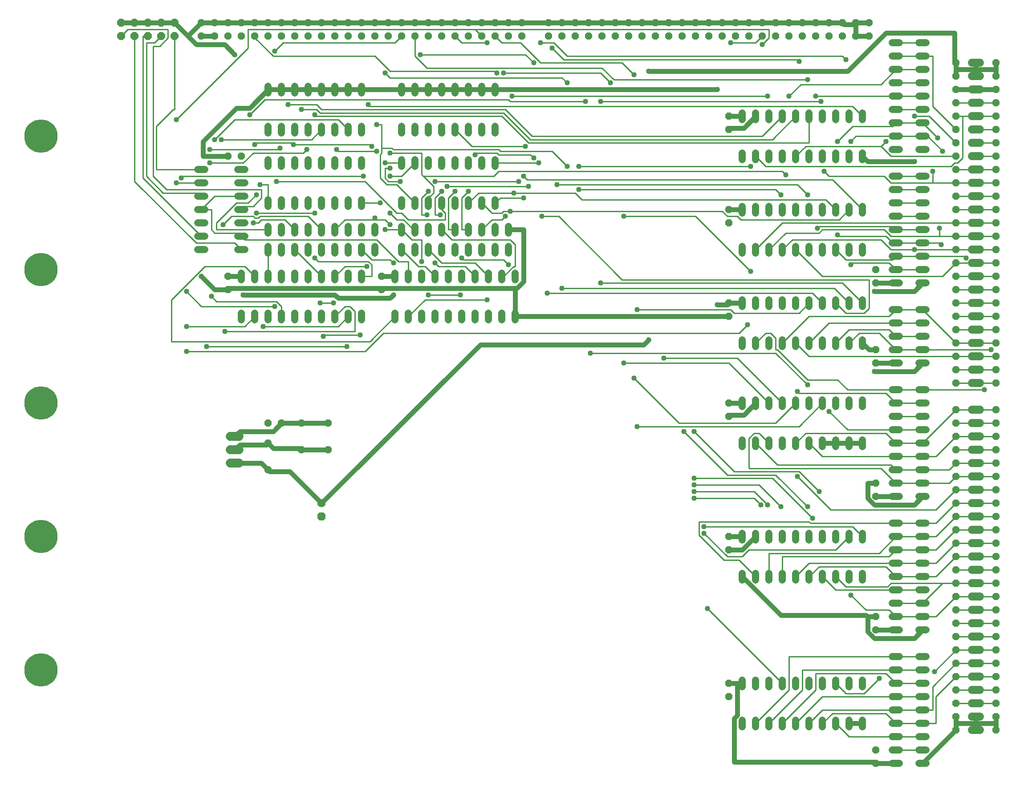
<source format=gtl>
G75*
%MOIN*%
%OFA0B0*%
%FSLAX25Y25*%
%IPPOS*%
%LPD*%
%AMOC8*
5,1,8,0,0,1.08239X$1,22.5*
%
%ADD10C,0.06000*%
%ADD11C,0.06600*%
%ADD12OC8,0.06300*%
%ADD13C,0.06300*%
%ADD14OC8,0.05200*%
%ADD15OC8,0.05250*%
%ADD16C,0.05200*%
%ADD17C,0.25000*%
%ADD18OC8,0.06000*%
%ADD19C,0.03600*%
%ADD20C,0.04000*%
%ADD21C,0.01000*%
D10*
X0733300Y0056300D02*
X0739300Y0056300D01*
X0739300Y0066300D02*
X0733300Y0066300D01*
X0733300Y0076300D02*
X0739300Y0076300D01*
X0739300Y0086300D02*
X0733300Y0086300D01*
X0733300Y0096300D02*
X0739300Y0096300D01*
X0739300Y0106300D02*
X0733300Y0106300D01*
X0733300Y0116300D02*
X0739300Y0116300D01*
X0739300Y0126300D02*
X0733300Y0126300D01*
X0733300Y0136300D02*
X0739300Y0136300D01*
X0739300Y0146300D02*
X0733300Y0146300D01*
X0733300Y0156300D02*
X0739300Y0156300D01*
X0739300Y0166300D02*
X0733300Y0166300D01*
X0733300Y0176300D02*
X0739300Y0176300D01*
X0739300Y0186300D02*
X0733300Y0186300D01*
X0733300Y0196300D02*
X0739300Y0196300D01*
X0739300Y0206300D02*
X0733300Y0206300D01*
X0733300Y0216300D02*
X0739300Y0216300D01*
X0739300Y0226300D02*
X0733300Y0226300D01*
X0733300Y0236300D02*
X0739300Y0236300D01*
X0739300Y0246300D02*
X0733300Y0246300D01*
X0733300Y0256300D02*
X0739300Y0256300D01*
X0739300Y0266300D02*
X0733300Y0266300D01*
X0733300Y0276300D02*
X0739300Y0276300D01*
X0739300Y0286300D02*
X0733300Y0286300D01*
X0733300Y0296300D02*
X0739300Y0296300D01*
X0739300Y0316300D02*
X0733300Y0316300D01*
X0733300Y0326300D02*
X0739300Y0326300D01*
X0739300Y0336300D02*
X0733300Y0336300D01*
X0733300Y0346300D02*
X0739300Y0346300D01*
X0739300Y0356300D02*
X0733300Y0356300D01*
X0733300Y0366300D02*
X0739300Y0366300D01*
X0739300Y0376300D02*
X0733300Y0376300D01*
X0733300Y0386300D02*
X0739300Y0386300D01*
X0739300Y0396300D02*
X0733300Y0396300D01*
X0733300Y0406300D02*
X0739300Y0406300D01*
X0739300Y0416300D02*
X0733300Y0416300D01*
X0733300Y0426300D02*
X0739300Y0426300D01*
X0739300Y0436300D02*
X0733300Y0436300D01*
X0733300Y0446300D02*
X0739300Y0446300D01*
X0739300Y0456300D02*
X0733300Y0456300D01*
X0733300Y0466300D02*
X0739300Y0466300D01*
X0739300Y0476300D02*
X0733300Y0476300D01*
X0733300Y0486300D02*
X0739300Y0486300D01*
X0739300Y0496300D02*
X0733300Y0496300D01*
X0733300Y0506300D02*
X0739300Y0506300D01*
X0739300Y0516300D02*
X0733300Y0516300D01*
X0733300Y0526300D02*
X0739300Y0526300D01*
X0739300Y0536300D02*
X0733300Y0536300D01*
X0733300Y0546300D02*
X0739300Y0546300D01*
X0739300Y0556300D02*
X0733300Y0556300D01*
D11*
X0184600Y0276300D02*
X0178000Y0276300D01*
X0178000Y0266300D02*
X0184600Y0266300D01*
X0184600Y0256300D02*
X0178000Y0256300D01*
D12*
X0246300Y0216300D03*
D13*
X0246300Y0226300D03*
D14*
X0206300Y0251300D03*
X0206300Y0271300D03*
X0206300Y0286300D03*
X0216300Y0286300D03*
X0231300Y0286300D03*
X0251300Y0286300D03*
X0251300Y0266300D03*
X0231300Y0266300D03*
X0176300Y0386300D03*
X0176300Y0396300D03*
X0176300Y0486300D03*
X0186300Y0486300D03*
X0291300Y0396300D03*
X0291300Y0386300D03*
X0551300Y0376300D03*
X0551300Y0366300D03*
X0551300Y0301300D03*
X0551300Y0291300D03*
X0551300Y0201300D03*
X0551300Y0191300D03*
X0661300Y0231300D03*
X0661300Y0241300D03*
X0661300Y0331300D03*
X0661300Y0341300D03*
X0661300Y0391300D03*
X0661300Y0401300D03*
X0551300Y0436300D03*
X0551300Y0446300D03*
X0551300Y0506300D03*
X0551300Y0516300D03*
X0661300Y0141300D03*
X0661300Y0131300D03*
X0551300Y0091300D03*
X0551300Y0081300D03*
X0661300Y0041300D03*
X0661300Y0031300D03*
D15*
X0721300Y0056300D03*
X0721300Y0066300D03*
X0721300Y0076300D03*
X0721300Y0086300D03*
X0721300Y0096300D03*
X0721300Y0106300D03*
X0721300Y0116300D03*
X0721300Y0126300D03*
X0721300Y0136300D03*
X0721300Y0146300D03*
X0721300Y0156300D03*
X0721300Y0166300D03*
X0721300Y0176300D03*
X0721300Y0186300D03*
X0721300Y0196300D03*
X0721300Y0206300D03*
X0721300Y0216300D03*
X0721300Y0226300D03*
X0721300Y0236300D03*
X0721300Y0246300D03*
X0721300Y0256300D03*
X0721300Y0266300D03*
X0721300Y0276300D03*
X0721300Y0286300D03*
X0721300Y0296300D03*
X0721300Y0316300D03*
X0721300Y0326300D03*
X0721300Y0336300D03*
X0721300Y0346300D03*
X0721300Y0356300D03*
X0721300Y0366300D03*
X0721300Y0376300D03*
X0721300Y0386300D03*
X0721300Y0396300D03*
X0721300Y0406300D03*
X0721300Y0416300D03*
X0721300Y0426300D03*
X0721300Y0436300D03*
X0721300Y0446300D03*
X0721300Y0456300D03*
X0721300Y0466300D03*
X0721300Y0476300D03*
X0721300Y0486300D03*
X0721300Y0496300D03*
X0721300Y0506300D03*
X0721300Y0516300D03*
X0721300Y0526300D03*
X0721300Y0536300D03*
X0721300Y0546300D03*
X0721300Y0556300D03*
X0751300Y0556300D03*
X0751300Y0546300D03*
X0751300Y0536300D03*
X0751300Y0526300D03*
X0751300Y0516300D03*
X0751300Y0506300D03*
X0751300Y0496300D03*
X0751300Y0486300D03*
X0751300Y0476300D03*
X0751300Y0466300D03*
X0751300Y0456300D03*
X0751300Y0446300D03*
X0751300Y0436300D03*
X0751300Y0426300D03*
X0751300Y0416300D03*
X0751300Y0406300D03*
X0751300Y0396300D03*
X0751300Y0386300D03*
X0751300Y0376300D03*
X0751300Y0366300D03*
X0751300Y0356300D03*
X0751300Y0346300D03*
X0751300Y0336300D03*
X0751300Y0326300D03*
X0751300Y0316300D03*
X0751300Y0296300D03*
X0751300Y0286300D03*
X0751300Y0276300D03*
X0751300Y0266300D03*
X0751300Y0256300D03*
X0751300Y0246300D03*
X0751300Y0236300D03*
X0751300Y0226300D03*
X0751300Y0216300D03*
X0751300Y0206300D03*
X0751300Y0196300D03*
X0751300Y0186300D03*
X0751300Y0176300D03*
X0751300Y0166300D03*
X0751300Y0156300D03*
X0751300Y0146300D03*
X0751300Y0136300D03*
X0751300Y0126300D03*
X0751300Y0116300D03*
X0751300Y0106300D03*
X0751300Y0096300D03*
X0751300Y0086300D03*
X0751300Y0076300D03*
X0751300Y0066300D03*
X0751300Y0056300D03*
X0656300Y0576300D03*
X0656300Y0586300D03*
X0646300Y0586300D03*
X0636300Y0586300D03*
X0626300Y0586300D03*
X0626300Y0576300D03*
X0636300Y0576300D03*
X0646300Y0576300D03*
X0616300Y0576300D03*
X0606300Y0576300D03*
X0596300Y0576300D03*
X0596300Y0586300D03*
X0606300Y0586300D03*
X0616300Y0586300D03*
X0586300Y0586300D03*
X0576300Y0586300D03*
X0566300Y0586300D03*
X0566300Y0576300D03*
X0576300Y0576300D03*
X0586300Y0576300D03*
X0556300Y0576300D03*
X0546300Y0576300D03*
X0536300Y0576300D03*
X0526300Y0576300D03*
X0526300Y0586300D03*
X0536300Y0586300D03*
X0546300Y0586300D03*
X0556300Y0586300D03*
X0516300Y0586300D03*
X0506300Y0586300D03*
X0496300Y0586300D03*
X0496300Y0576300D03*
X0506300Y0576300D03*
X0516300Y0576300D03*
X0486300Y0576300D03*
X0476300Y0576300D03*
X0466300Y0576300D03*
X0466300Y0586300D03*
X0476300Y0586300D03*
X0486300Y0586300D03*
X0456300Y0586300D03*
X0446300Y0586300D03*
X0436300Y0586300D03*
X0436300Y0576300D03*
X0446300Y0576300D03*
X0456300Y0576300D03*
X0426300Y0576300D03*
X0416300Y0576300D03*
X0416300Y0586300D03*
X0426300Y0586300D03*
X0396300Y0586300D03*
X0386300Y0586300D03*
X0376300Y0586300D03*
X0366300Y0586300D03*
X0366300Y0576300D03*
X0376300Y0576300D03*
X0386300Y0576300D03*
X0396300Y0576300D03*
X0356300Y0576300D03*
X0346300Y0576300D03*
X0336300Y0576300D03*
X0336300Y0586300D03*
X0346300Y0586300D03*
X0356300Y0586300D03*
X0326300Y0586300D03*
X0316300Y0586300D03*
X0306300Y0586300D03*
X0306300Y0576300D03*
X0316300Y0576300D03*
X0326300Y0576300D03*
X0296300Y0576300D03*
X0286300Y0576300D03*
X0276300Y0576300D03*
X0276300Y0586300D03*
X0286300Y0586300D03*
X0296300Y0586300D03*
X0266300Y0586300D03*
X0256300Y0586300D03*
X0246300Y0586300D03*
X0246300Y0576300D03*
X0256300Y0576300D03*
X0266300Y0576300D03*
X0236300Y0576300D03*
X0226300Y0576300D03*
X0216300Y0576300D03*
X0206300Y0576300D03*
X0206300Y0586300D03*
X0216300Y0586300D03*
X0226300Y0586300D03*
X0236300Y0586300D03*
X0196300Y0586300D03*
X0186300Y0586300D03*
X0176300Y0586300D03*
X0176300Y0576300D03*
X0186300Y0576300D03*
X0196300Y0576300D03*
X0166300Y0576300D03*
X0156300Y0576300D03*
X0156300Y0586300D03*
X0166300Y0586300D03*
D16*
X0206300Y0538900D02*
X0206300Y0533700D01*
X0216300Y0533700D02*
X0216300Y0538900D01*
X0226300Y0538900D02*
X0226300Y0533700D01*
X0236300Y0533700D02*
X0236300Y0538900D01*
X0246300Y0538900D02*
X0246300Y0533700D01*
X0256300Y0533700D02*
X0256300Y0538900D01*
X0266300Y0538900D02*
X0266300Y0533700D01*
X0276300Y0533700D02*
X0276300Y0538900D01*
X0306300Y0538900D02*
X0306300Y0533700D01*
X0316300Y0533700D02*
X0316300Y0538900D01*
X0326300Y0538900D02*
X0326300Y0533700D01*
X0336300Y0533700D02*
X0336300Y0538900D01*
X0346300Y0538900D02*
X0346300Y0533700D01*
X0356300Y0533700D02*
X0356300Y0538900D01*
X0366300Y0538900D02*
X0366300Y0533700D01*
X0376300Y0533700D02*
X0376300Y0538900D01*
X0376300Y0508900D02*
X0376300Y0503700D01*
X0366300Y0503700D02*
X0366300Y0508900D01*
X0356300Y0508900D02*
X0356300Y0503700D01*
X0346300Y0503700D02*
X0346300Y0508900D01*
X0336300Y0508900D02*
X0336300Y0503700D01*
X0326300Y0503700D02*
X0326300Y0508900D01*
X0316300Y0508900D02*
X0316300Y0503700D01*
X0306300Y0503700D02*
X0306300Y0508900D01*
X0306300Y0483900D02*
X0306300Y0478700D01*
X0316300Y0478700D02*
X0316300Y0483900D01*
X0326300Y0483900D02*
X0326300Y0478700D01*
X0336300Y0478700D02*
X0336300Y0483900D01*
X0346300Y0483900D02*
X0346300Y0478700D01*
X0356300Y0478700D02*
X0356300Y0483900D01*
X0366300Y0483900D02*
X0366300Y0478700D01*
X0376300Y0478700D02*
X0376300Y0483900D01*
X0376300Y0453900D02*
X0376300Y0448700D01*
X0366300Y0448700D02*
X0366300Y0453900D01*
X0356300Y0453900D02*
X0356300Y0448700D01*
X0346300Y0448700D02*
X0346300Y0453900D01*
X0336300Y0453900D02*
X0336300Y0448700D01*
X0326300Y0448700D02*
X0326300Y0453900D01*
X0316300Y0453900D02*
X0316300Y0448700D01*
X0306300Y0448700D02*
X0306300Y0453900D01*
X0306300Y0433900D02*
X0306300Y0428700D01*
X0316300Y0428700D02*
X0316300Y0433900D01*
X0326300Y0433900D02*
X0326300Y0428700D01*
X0326300Y0418900D02*
X0326300Y0413700D01*
X0316300Y0413700D02*
X0316300Y0418900D01*
X0306300Y0418900D02*
X0306300Y0413700D01*
X0301300Y0398900D02*
X0301300Y0393700D01*
X0311300Y0393700D02*
X0311300Y0398900D01*
X0321300Y0398900D02*
X0321300Y0393700D01*
X0331300Y0393700D02*
X0331300Y0398900D01*
X0341300Y0398900D02*
X0341300Y0393700D01*
X0351300Y0393700D02*
X0351300Y0398900D01*
X0361300Y0398900D02*
X0361300Y0393700D01*
X0371300Y0393700D02*
X0371300Y0398900D01*
X0381300Y0398900D02*
X0381300Y0393700D01*
X0391300Y0393700D02*
X0391300Y0398900D01*
X0386300Y0413700D02*
X0386300Y0418900D01*
X0376300Y0418900D02*
X0376300Y0413700D01*
X0366300Y0413700D02*
X0366300Y0418900D01*
X0366300Y0428700D02*
X0366300Y0433900D01*
X0376300Y0433900D02*
X0376300Y0428700D01*
X0386300Y0428700D02*
X0386300Y0433900D01*
X0356300Y0433900D02*
X0356300Y0428700D01*
X0346300Y0428700D02*
X0346300Y0433900D01*
X0336300Y0433900D02*
X0336300Y0428700D01*
X0336300Y0418900D02*
X0336300Y0413700D01*
X0346300Y0413700D02*
X0346300Y0418900D01*
X0356300Y0418900D02*
X0356300Y0413700D01*
X0351300Y0368900D02*
X0351300Y0363700D01*
X0361300Y0363700D02*
X0361300Y0368900D01*
X0371300Y0368900D02*
X0371300Y0363700D01*
X0381300Y0363700D02*
X0381300Y0368900D01*
X0391300Y0368900D02*
X0391300Y0363700D01*
X0341300Y0363700D02*
X0341300Y0368900D01*
X0331300Y0368900D02*
X0331300Y0363700D01*
X0321300Y0363700D02*
X0321300Y0368900D01*
X0311300Y0368900D02*
X0311300Y0363700D01*
X0301300Y0363700D02*
X0301300Y0368900D01*
X0276300Y0368900D02*
X0276300Y0363700D01*
X0266300Y0363700D02*
X0266300Y0368900D01*
X0256300Y0368900D02*
X0256300Y0363700D01*
X0246300Y0363700D02*
X0246300Y0368900D01*
X0236300Y0368900D02*
X0236300Y0363700D01*
X0226300Y0363700D02*
X0226300Y0368900D01*
X0216300Y0368900D02*
X0216300Y0363700D01*
X0206300Y0363700D02*
X0206300Y0368900D01*
X0196300Y0368900D02*
X0196300Y0363700D01*
X0186300Y0363700D02*
X0186300Y0368900D01*
X0186300Y0393700D02*
X0186300Y0398900D01*
X0196300Y0398900D02*
X0196300Y0393700D01*
X0206300Y0393700D02*
X0206300Y0398900D01*
X0216300Y0398900D02*
X0216300Y0393700D01*
X0226300Y0393700D02*
X0226300Y0398900D01*
X0236300Y0398900D02*
X0236300Y0393700D01*
X0246300Y0393700D02*
X0246300Y0398900D01*
X0256300Y0398900D02*
X0256300Y0393700D01*
X0266300Y0393700D02*
X0266300Y0398900D01*
X0276300Y0398900D02*
X0276300Y0393700D01*
X0276300Y0413700D02*
X0276300Y0418900D01*
X0286300Y0418900D02*
X0286300Y0413700D01*
X0286300Y0428700D02*
X0286300Y0433900D01*
X0276300Y0433900D02*
X0276300Y0428700D01*
X0266300Y0428700D02*
X0266300Y0433900D01*
X0256300Y0433900D02*
X0256300Y0428700D01*
X0246300Y0428700D02*
X0246300Y0433900D01*
X0236300Y0433900D02*
X0236300Y0428700D01*
X0226300Y0428700D02*
X0226300Y0433900D01*
X0216300Y0433900D02*
X0216300Y0428700D01*
X0206300Y0428700D02*
X0206300Y0433900D01*
X0206300Y0448700D02*
X0206300Y0453900D01*
X0216300Y0453900D02*
X0216300Y0448700D01*
X0226300Y0448700D02*
X0226300Y0453900D01*
X0236300Y0453900D02*
X0236300Y0448700D01*
X0246300Y0448700D02*
X0246300Y0453900D01*
X0256300Y0453900D02*
X0256300Y0448700D01*
X0266300Y0448700D02*
X0266300Y0453900D01*
X0276300Y0453900D02*
X0276300Y0448700D01*
X0276300Y0478700D02*
X0276300Y0483900D01*
X0266300Y0483900D02*
X0266300Y0478700D01*
X0256300Y0478700D02*
X0256300Y0483900D01*
X0246300Y0483900D02*
X0246300Y0478700D01*
X0236300Y0478700D02*
X0236300Y0483900D01*
X0226300Y0483900D02*
X0226300Y0478700D01*
X0216300Y0478700D02*
X0216300Y0483900D01*
X0206300Y0483900D02*
X0206300Y0478700D01*
X0188900Y0476300D02*
X0183700Y0476300D01*
X0183700Y0466300D02*
X0188900Y0466300D01*
X0188900Y0456300D02*
X0183700Y0456300D01*
X0183700Y0446300D02*
X0188900Y0446300D01*
X0188900Y0436300D02*
X0183700Y0436300D01*
X0183700Y0426300D02*
X0188900Y0426300D01*
X0188900Y0416300D02*
X0183700Y0416300D01*
X0206300Y0418900D02*
X0206300Y0413700D01*
X0216300Y0413700D02*
X0216300Y0418900D01*
X0226300Y0418900D02*
X0226300Y0413700D01*
X0236300Y0413700D02*
X0236300Y0418900D01*
X0246300Y0418900D02*
X0246300Y0413700D01*
X0256300Y0413700D02*
X0256300Y0418900D01*
X0266300Y0418900D02*
X0266300Y0413700D01*
X0266300Y0503700D02*
X0266300Y0508900D01*
X0256300Y0508900D02*
X0256300Y0503700D01*
X0246300Y0503700D02*
X0246300Y0508900D01*
X0236300Y0508900D02*
X0236300Y0503700D01*
X0226300Y0503700D02*
X0226300Y0508900D01*
X0216300Y0508900D02*
X0216300Y0503700D01*
X0206300Y0503700D02*
X0206300Y0508900D01*
X0158900Y0476300D02*
X0153700Y0476300D01*
X0153700Y0466300D02*
X0158900Y0466300D01*
X0158900Y0456300D02*
X0153700Y0456300D01*
X0153700Y0446300D02*
X0158900Y0446300D01*
X0158900Y0436300D02*
X0153700Y0436300D01*
X0153700Y0426300D02*
X0158900Y0426300D01*
X0158900Y0416300D02*
X0153700Y0416300D01*
X0276300Y0503700D02*
X0276300Y0508900D01*
X0561300Y0513700D02*
X0561300Y0518900D01*
X0571300Y0518900D02*
X0571300Y0513700D01*
X0581300Y0513700D02*
X0581300Y0518900D01*
X0591300Y0518900D02*
X0591300Y0513700D01*
X0601300Y0513700D02*
X0601300Y0518900D01*
X0611300Y0518900D02*
X0611300Y0513700D01*
X0621300Y0513700D02*
X0621300Y0518900D01*
X0631300Y0518900D02*
X0631300Y0513700D01*
X0641300Y0513700D02*
X0641300Y0518900D01*
X0651300Y0518900D02*
X0651300Y0513700D01*
X0673700Y0511300D02*
X0678900Y0511300D01*
X0678900Y0521300D02*
X0673700Y0521300D01*
X0673700Y0531300D02*
X0678900Y0531300D01*
X0693700Y0531300D02*
X0698900Y0531300D01*
X0698900Y0521300D02*
X0693700Y0521300D01*
X0693700Y0511300D02*
X0698900Y0511300D01*
X0698900Y0501300D02*
X0693700Y0501300D01*
X0678900Y0501300D02*
X0673700Y0501300D01*
X0673700Y0491300D02*
X0678900Y0491300D01*
X0693700Y0491300D02*
X0698900Y0491300D01*
X0698900Y0471300D02*
X0693700Y0471300D01*
X0678900Y0471300D02*
X0673700Y0471300D01*
X0673700Y0461300D02*
X0678900Y0461300D01*
X0678900Y0451300D02*
X0673700Y0451300D01*
X0673700Y0441300D02*
X0678900Y0441300D01*
X0693700Y0441300D02*
X0698900Y0441300D01*
X0698900Y0431300D02*
X0693700Y0431300D01*
X0693700Y0421300D02*
X0698900Y0421300D01*
X0698900Y0411300D02*
X0693700Y0411300D01*
X0693700Y0401300D02*
X0698900Y0401300D01*
X0698900Y0391300D02*
X0693700Y0391300D01*
X0678900Y0391300D02*
X0673700Y0391300D01*
X0673700Y0401300D02*
X0678900Y0401300D01*
X0678900Y0411300D02*
X0673700Y0411300D01*
X0673700Y0421300D02*
X0678900Y0421300D01*
X0678900Y0431300D02*
X0673700Y0431300D01*
X0651300Y0443700D02*
X0651300Y0448900D01*
X0641300Y0448900D02*
X0641300Y0443700D01*
X0631300Y0443700D02*
X0631300Y0448900D01*
X0621300Y0448900D02*
X0621300Y0443700D01*
X0611300Y0443700D02*
X0611300Y0448900D01*
X0601300Y0448900D02*
X0601300Y0443700D01*
X0591300Y0443700D02*
X0591300Y0448900D01*
X0581300Y0448900D02*
X0581300Y0443700D01*
X0571300Y0443700D02*
X0571300Y0448900D01*
X0561300Y0448900D02*
X0561300Y0443700D01*
X0561300Y0418900D02*
X0561300Y0413700D01*
X0571300Y0413700D02*
X0571300Y0418900D01*
X0581300Y0418900D02*
X0581300Y0413700D01*
X0591300Y0413700D02*
X0591300Y0418900D01*
X0601300Y0418900D02*
X0601300Y0413700D01*
X0611300Y0413700D02*
X0611300Y0418900D01*
X0621300Y0418900D02*
X0621300Y0413700D01*
X0631300Y0413700D02*
X0631300Y0418900D01*
X0641300Y0418900D02*
X0641300Y0413700D01*
X0651300Y0413700D02*
X0651300Y0418900D01*
X0651300Y0378900D02*
X0651300Y0373700D01*
X0641300Y0373700D02*
X0641300Y0378900D01*
X0631300Y0378900D02*
X0631300Y0373700D01*
X0621300Y0373700D02*
X0621300Y0378900D01*
X0611300Y0378900D02*
X0611300Y0373700D01*
X0601300Y0373700D02*
X0601300Y0378900D01*
X0591300Y0378900D02*
X0591300Y0373700D01*
X0581300Y0373700D02*
X0581300Y0378900D01*
X0571300Y0378900D02*
X0571300Y0373700D01*
X0561300Y0373700D02*
X0561300Y0378900D01*
X0561300Y0348900D02*
X0561300Y0343700D01*
X0571300Y0343700D02*
X0571300Y0348900D01*
X0581300Y0348900D02*
X0581300Y0343700D01*
X0591300Y0343700D02*
X0591300Y0348900D01*
X0601300Y0348900D02*
X0601300Y0343700D01*
X0611300Y0343700D02*
X0611300Y0348900D01*
X0621300Y0348900D02*
X0621300Y0343700D01*
X0631300Y0343700D02*
X0631300Y0348900D01*
X0641300Y0348900D02*
X0641300Y0343700D01*
X0651300Y0343700D02*
X0651300Y0348900D01*
X0673700Y0351300D02*
X0678900Y0351300D01*
X0678900Y0341300D02*
X0673700Y0341300D01*
X0673700Y0331300D02*
X0678900Y0331300D01*
X0693700Y0331300D02*
X0698900Y0331300D01*
X0698900Y0341300D02*
X0693700Y0341300D01*
X0693700Y0351300D02*
X0698900Y0351300D01*
X0698900Y0361300D02*
X0693700Y0361300D01*
X0678900Y0361300D02*
X0673700Y0361300D01*
X0673700Y0371300D02*
X0678900Y0371300D01*
X0693700Y0371300D02*
X0698900Y0371300D01*
X0698900Y0311300D02*
X0693700Y0311300D01*
X0678900Y0311300D02*
X0673700Y0311300D01*
X0673700Y0301300D02*
X0678900Y0301300D01*
X0693700Y0301300D02*
X0698900Y0301300D01*
X0698900Y0291300D02*
X0693700Y0291300D01*
X0693700Y0281300D02*
X0698900Y0281300D01*
X0698900Y0271300D02*
X0693700Y0271300D01*
X0693700Y0261300D02*
X0698900Y0261300D01*
X0698900Y0251300D02*
X0693700Y0251300D01*
X0678900Y0251300D02*
X0673700Y0251300D01*
X0673700Y0241300D02*
X0678900Y0241300D01*
X0678900Y0231300D02*
X0673700Y0231300D01*
X0693700Y0231300D02*
X0698900Y0231300D01*
X0698900Y0241300D02*
X0693700Y0241300D01*
X0678900Y0261300D02*
X0673700Y0261300D01*
X0673700Y0271300D02*
X0678900Y0271300D01*
X0678900Y0281300D02*
X0673700Y0281300D01*
X0673700Y0291300D02*
X0678900Y0291300D01*
X0651300Y0298700D02*
X0651300Y0303900D01*
X0641300Y0303900D02*
X0641300Y0298700D01*
X0631300Y0298700D02*
X0631300Y0303900D01*
X0621300Y0303900D02*
X0621300Y0298700D01*
X0611300Y0298700D02*
X0611300Y0303900D01*
X0601300Y0303900D02*
X0601300Y0298700D01*
X0591300Y0298700D02*
X0591300Y0303900D01*
X0581300Y0303900D02*
X0581300Y0298700D01*
X0571300Y0298700D02*
X0571300Y0303900D01*
X0561300Y0303900D02*
X0561300Y0298700D01*
X0561300Y0273900D02*
X0561300Y0268700D01*
X0571300Y0268700D02*
X0571300Y0273900D01*
X0581300Y0273900D02*
X0581300Y0268700D01*
X0591300Y0268700D02*
X0591300Y0273900D01*
X0601300Y0273900D02*
X0601300Y0268700D01*
X0611300Y0268700D02*
X0611300Y0273900D01*
X0621300Y0273900D02*
X0621300Y0268700D01*
X0631300Y0268700D02*
X0631300Y0273900D01*
X0641300Y0273900D02*
X0641300Y0268700D01*
X0651300Y0268700D02*
X0651300Y0273900D01*
X0673700Y0211300D02*
X0678900Y0211300D01*
X0678900Y0201300D02*
X0673700Y0201300D01*
X0673700Y0191300D02*
X0678900Y0191300D01*
X0693700Y0191300D02*
X0698900Y0191300D01*
X0698900Y0181300D02*
X0693700Y0181300D01*
X0693700Y0171300D02*
X0698900Y0171300D01*
X0698900Y0161300D02*
X0693700Y0161300D01*
X0678900Y0161300D02*
X0673700Y0161300D01*
X0673700Y0151300D02*
X0678900Y0151300D01*
X0678900Y0141300D02*
X0673700Y0141300D01*
X0673700Y0131300D02*
X0678900Y0131300D01*
X0693700Y0131300D02*
X0698900Y0131300D01*
X0698900Y0141300D02*
X0693700Y0141300D01*
X0693700Y0151300D02*
X0698900Y0151300D01*
X0678900Y0171300D02*
X0673700Y0171300D01*
X0673700Y0181300D02*
X0678900Y0181300D01*
X0693700Y0201300D02*
X0698900Y0201300D01*
X0698900Y0211300D02*
X0693700Y0211300D01*
X0651300Y0203900D02*
X0651300Y0198700D01*
X0641300Y0198700D02*
X0641300Y0203900D01*
X0631300Y0203900D02*
X0631300Y0198700D01*
X0621300Y0198700D02*
X0621300Y0203900D01*
X0611300Y0203900D02*
X0611300Y0198700D01*
X0601300Y0198700D02*
X0601300Y0203900D01*
X0591300Y0203900D02*
X0591300Y0198700D01*
X0581300Y0198700D02*
X0581300Y0203900D01*
X0571300Y0203900D02*
X0571300Y0198700D01*
X0561300Y0198700D02*
X0561300Y0203900D01*
X0561300Y0173900D02*
X0561300Y0168700D01*
X0571300Y0168700D02*
X0571300Y0173900D01*
X0581300Y0173900D02*
X0581300Y0168700D01*
X0591300Y0168700D02*
X0591300Y0173900D01*
X0601300Y0173900D02*
X0601300Y0168700D01*
X0611300Y0168700D02*
X0611300Y0173900D01*
X0621300Y0173900D02*
X0621300Y0168700D01*
X0631300Y0168700D02*
X0631300Y0173900D01*
X0641300Y0173900D02*
X0641300Y0168700D01*
X0651300Y0168700D02*
X0651300Y0173900D01*
X0673700Y0111300D02*
X0678900Y0111300D01*
X0693700Y0111300D02*
X0698900Y0111300D01*
X0698900Y0101300D02*
X0693700Y0101300D01*
X0693700Y0091300D02*
X0698900Y0091300D01*
X0698900Y0081300D02*
X0693700Y0081300D01*
X0678900Y0081300D02*
X0673700Y0081300D01*
X0673700Y0071300D02*
X0678900Y0071300D01*
X0678900Y0061300D02*
X0673700Y0061300D01*
X0673700Y0051300D02*
X0678900Y0051300D01*
X0693700Y0051300D02*
X0698900Y0051300D01*
X0698900Y0041300D02*
X0693700Y0041300D01*
X0693700Y0031300D02*
X0698900Y0031300D01*
X0678900Y0031300D02*
X0673700Y0031300D01*
X0673700Y0041300D02*
X0678900Y0041300D01*
X0693700Y0061300D02*
X0698900Y0061300D01*
X0698900Y0071300D02*
X0693700Y0071300D01*
X0678900Y0091300D02*
X0673700Y0091300D01*
X0673700Y0101300D02*
X0678900Y0101300D01*
X0651300Y0093900D02*
X0651300Y0088700D01*
X0641300Y0088700D02*
X0641300Y0093900D01*
X0631300Y0093900D02*
X0631300Y0088700D01*
X0621300Y0088700D02*
X0621300Y0093900D01*
X0611300Y0093900D02*
X0611300Y0088700D01*
X0601300Y0088700D02*
X0601300Y0093900D01*
X0591300Y0093900D02*
X0591300Y0088700D01*
X0581300Y0088700D02*
X0581300Y0093900D01*
X0571300Y0093900D02*
X0571300Y0088700D01*
X0561300Y0088700D02*
X0561300Y0093900D01*
X0561300Y0063900D02*
X0561300Y0058700D01*
X0571300Y0058700D02*
X0571300Y0063900D01*
X0581300Y0063900D02*
X0581300Y0058700D01*
X0591300Y0058700D02*
X0591300Y0063900D01*
X0601300Y0063900D02*
X0601300Y0058700D01*
X0611300Y0058700D02*
X0611300Y0063900D01*
X0621300Y0063900D02*
X0621300Y0058700D01*
X0631300Y0058700D02*
X0631300Y0063900D01*
X0641300Y0063900D02*
X0641300Y0058700D01*
X0651300Y0058700D02*
X0651300Y0063900D01*
X0693700Y0451300D02*
X0698900Y0451300D01*
X0698900Y0461300D02*
X0693700Y0461300D01*
X0651300Y0483700D02*
X0651300Y0488900D01*
X0641300Y0488900D02*
X0641300Y0483700D01*
X0631300Y0483700D02*
X0631300Y0488900D01*
X0621300Y0488900D02*
X0621300Y0483700D01*
X0611300Y0483700D02*
X0611300Y0488900D01*
X0601300Y0488900D02*
X0601300Y0483700D01*
X0591300Y0483700D02*
X0591300Y0488900D01*
X0581300Y0488900D02*
X0581300Y0483700D01*
X0571300Y0483700D02*
X0571300Y0488900D01*
X0561300Y0488900D02*
X0561300Y0483700D01*
X0673700Y0541300D02*
X0678900Y0541300D01*
X0678900Y0551300D02*
X0673700Y0551300D01*
X0673700Y0561300D02*
X0678900Y0561300D01*
X0693700Y0561300D02*
X0698900Y0561300D01*
X0698900Y0551300D02*
X0693700Y0551300D01*
X0693700Y0541300D02*
X0698900Y0541300D01*
X0698900Y0571300D02*
X0693700Y0571300D01*
X0678900Y0571300D02*
X0673700Y0571300D01*
D17*
X0036300Y0101300D03*
X0036300Y0201300D03*
X0036300Y0301300D03*
X0036300Y0401300D03*
X0036300Y0501300D03*
D18*
X0096300Y0576300D03*
X0106300Y0576300D03*
X0106300Y0586300D03*
X0096300Y0586300D03*
X0116300Y0586300D03*
X0126300Y0586300D03*
X0136300Y0586300D03*
X0136300Y0576300D03*
X0126300Y0576300D03*
X0116300Y0576300D03*
D19*
X0116300Y0586300D02*
X0106300Y0586300D01*
X0096300Y0586300D01*
X0116300Y0586300D02*
X0126300Y0586300D01*
X0136300Y0586300D01*
X0146300Y0576300D01*
X0156300Y0586300D01*
X0166300Y0586300D01*
X0176300Y0586300D01*
X0186300Y0586300D01*
X0196300Y0586300D01*
X0206300Y0586300D01*
X0216300Y0586300D01*
X0226300Y0586300D01*
X0236300Y0586300D01*
X0246300Y0586300D01*
X0256300Y0586300D01*
X0266300Y0586300D01*
X0276300Y0586300D01*
X0286300Y0586300D01*
X0296300Y0586300D01*
X0306300Y0586300D01*
X0316300Y0586300D01*
X0326300Y0586300D01*
X0336300Y0586300D01*
X0346300Y0586300D01*
X0356300Y0586300D01*
X0366300Y0586300D01*
X0376300Y0586300D01*
X0386300Y0586300D01*
X0396300Y0586300D01*
X0416300Y0586300D01*
X0426300Y0586300D01*
X0436300Y0586300D01*
X0446300Y0586300D01*
X0456300Y0586300D01*
X0466300Y0586300D01*
X0476300Y0586300D01*
X0486300Y0586300D01*
X0496300Y0586300D01*
X0506300Y0586300D01*
X0516300Y0586300D01*
X0526300Y0586300D01*
X0536300Y0586300D01*
X0546300Y0586300D01*
X0556300Y0586300D01*
X0566300Y0586300D01*
X0576300Y0586300D01*
X0586300Y0586300D01*
X0596300Y0586300D01*
X0606300Y0586300D01*
X0616300Y0586300D01*
X0626300Y0586300D01*
X0636300Y0586300D01*
X0637550Y0585050D01*
X0645050Y0585050D01*
X0646300Y0586300D01*
X0656300Y0586300D01*
X0668800Y0578800D02*
X0640050Y0550050D01*
X0491300Y0550050D01*
X0542550Y0536300D02*
X0376300Y0536300D01*
X0366300Y0536300D01*
X0356300Y0536300D01*
X0346300Y0536300D01*
X0336300Y0536300D01*
X0326300Y0536300D01*
X0316300Y0536300D01*
X0306300Y0536300D01*
X0276300Y0536300D01*
X0266300Y0536300D01*
X0256300Y0536300D01*
X0246300Y0536300D01*
X0236300Y0536300D01*
X0226300Y0536300D01*
X0216300Y0536300D01*
X0206300Y0536300D01*
X0192550Y0522550D01*
X0182550Y0522550D01*
X0157550Y0497550D01*
X0157550Y0486300D01*
X0176300Y0486300D01*
X0181300Y0562550D02*
X0173800Y0570050D01*
X0152550Y0570050D01*
X0146300Y0576300D01*
X0156300Y0576300D02*
X0166300Y0576300D01*
X0156300Y0396300D02*
X0166300Y0386300D01*
X0176300Y0386300D01*
X0177550Y0387550D01*
X0290050Y0387550D01*
X0291300Y0386300D01*
X0292550Y0387550D01*
X0391300Y0387550D01*
X0392550Y0387550D01*
X0397550Y0392550D01*
X0397550Y0431300D01*
X0386300Y0431300D01*
X0391300Y0387550D02*
X0391300Y0366300D01*
X0551300Y0366300D01*
X0550050Y0375050D02*
X0542550Y0375050D01*
X0550050Y0375050D02*
X0551300Y0376300D01*
X0561300Y0376300D01*
X0491300Y0348800D02*
X0487550Y0345050D01*
X0365050Y0345050D01*
X0246300Y0226300D01*
X0222550Y0250050D01*
X0207550Y0250050D01*
X0206300Y0251300D01*
X0201300Y0256300D01*
X0181300Y0256300D01*
X0181300Y0266300D02*
X0185050Y0270050D01*
X0205050Y0270050D01*
X0206300Y0271300D01*
X0210050Y0267550D01*
X0230050Y0267550D01*
X0231300Y0266300D01*
X0251300Y0266300D01*
X0251300Y0286300D02*
X0231300Y0286300D01*
X0216300Y0286300D01*
X0210050Y0280050D01*
X0185050Y0280050D01*
X0181300Y0276300D01*
X0187550Y0382550D02*
X0256300Y0382550D01*
X0258800Y0380050D01*
X0297550Y0380050D01*
X0300050Y0382550D01*
X0301300Y0396300D02*
X0291300Y0396300D01*
X0186300Y0396300D02*
X0176300Y0396300D01*
X0551300Y0446300D02*
X0561300Y0446300D01*
X0551300Y0506300D02*
X0552550Y0507550D01*
X0562550Y0507550D01*
X0571300Y0516300D01*
X0561300Y0516300D02*
X0551300Y0516300D01*
X0646300Y0576300D02*
X0646300Y0586300D01*
X0646300Y0576300D02*
X0656300Y0576300D01*
X0668800Y0578800D02*
X0720050Y0578800D01*
X0720050Y0557550D01*
X0721300Y0556300D01*
X0721300Y0551300D01*
X0736300Y0551300D01*
X0751300Y0551300D01*
X0751300Y0546300D01*
X0751300Y0551300D02*
X0751300Y0556300D01*
X0736300Y0556300D02*
X0736300Y0551300D01*
X0736300Y0546300D01*
X0736300Y0536300D02*
X0751300Y0536300D01*
X0736300Y0536300D02*
X0721300Y0536300D01*
X0721300Y0546300D02*
X0721300Y0551300D01*
X0655050Y0482550D02*
X0651300Y0486300D01*
X0655050Y0482550D02*
X0690050Y0482550D01*
X0696300Y0391300D02*
X0690050Y0385050D01*
X0660050Y0385050D01*
X0661300Y0391300D02*
X0676300Y0391300D01*
X0651300Y0346300D02*
X0656300Y0341300D01*
X0661300Y0341300D01*
X0661300Y0331300D02*
X0676300Y0331300D01*
X0690050Y0325050D02*
X0660050Y0325050D01*
X0690050Y0325050D02*
X0696300Y0331300D01*
X0651300Y0271300D02*
X0641300Y0271300D01*
X0631300Y0271300D01*
X0621300Y0271300D01*
X0655050Y0241300D02*
X0661300Y0241300D01*
X0655050Y0241300D02*
X0655050Y0230050D01*
X0660050Y0225050D01*
X0690050Y0225050D01*
X0696300Y0231300D01*
X0676300Y0231300D02*
X0661300Y0231300D01*
X0571300Y0201300D02*
X0561300Y0191300D01*
X0551300Y0191300D01*
X0551300Y0201300D02*
X0561300Y0201300D01*
X0561300Y0171300D02*
X0590050Y0142550D01*
X0653800Y0142550D01*
X0655050Y0141300D01*
X0661300Y0141300D01*
X0655050Y0141300D02*
X0655050Y0130050D01*
X0660050Y0125050D01*
X0690050Y0125050D01*
X0696300Y0131300D01*
X0676300Y0131300D02*
X0661300Y0131300D01*
X0651300Y0061300D02*
X0641300Y0061300D01*
X0660050Y0032550D02*
X0661300Y0031300D01*
X0676300Y0031300D01*
X0660050Y0032550D02*
X0555050Y0032550D01*
X0555050Y0065050D01*
X0557550Y0067550D01*
X0557550Y0091300D01*
X0551300Y0091300D01*
X0557550Y0091300D02*
X0561300Y0091300D01*
X0696300Y0031300D02*
X0721300Y0056300D01*
X0721300Y0061300D01*
X0736300Y0061300D01*
X0751300Y0061300D01*
X0751300Y0056300D01*
X0751300Y0061300D02*
X0751300Y0066300D01*
X0736300Y0066300D02*
X0736300Y0061300D01*
X0736300Y0056300D01*
X0721300Y0061300D02*
X0721300Y0066300D01*
X0551300Y0291300D02*
X0552550Y0292550D01*
X0562550Y0292550D01*
X0571300Y0301300D01*
X0561300Y0301300D02*
X0551300Y0301300D01*
D20*
X0525050Y0280050D03*
X0517550Y0280050D03*
X0482550Y0283800D03*
X0480050Y0320050D03*
X0472550Y0331300D03*
X0491300Y0348800D03*
X0502550Y0335050D03*
X0482550Y0371300D03*
X0455050Y0391300D03*
X0426300Y0387550D03*
X0415050Y0383800D03*
X0386300Y0405050D03*
X0370050Y0378800D03*
X0350050Y0382550D03*
X0326300Y0382550D03*
X0300050Y0382550D03*
X0300050Y0406300D03*
X0280050Y0403800D03*
X0293800Y0431300D03*
X0297550Y0435050D03*
X0297550Y0443800D03*
X0290050Y0451300D03*
X0286300Y0440050D03*
X0305050Y0467550D03*
X0297550Y0471300D03*
X0297550Y0477550D03*
X0293800Y0481300D03*
X0297550Y0488800D03*
X0287550Y0490050D03*
X0283800Y0493800D03*
X0287550Y0510050D03*
X0281300Y0525050D03*
X0293800Y0548800D03*
X0320050Y0562550D03*
X0370050Y0571300D03*
X0377550Y0548800D03*
X0382550Y0548800D03*
X0388800Y0531300D03*
X0405050Y0556300D03*
X0418800Y0567550D03*
X0410050Y0571300D03*
X0430050Y0541300D03*
X0443800Y0527550D03*
X0455050Y0527550D03*
X0462550Y0541300D03*
X0480050Y0547550D03*
X0491300Y0550050D03*
X0542550Y0536300D03*
X0580050Y0531300D03*
X0596300Y0531300D03*
X0610050Y0543800D03*
X0616300Y0531300D03*
X0620050Y0527550D03*
X0632550Y0497550D03*
X0642550Y0497550D03*
X0668800Y0497550D03*
X0690050Y0482550D03*
X0703800Y0475050D03*
X0711300Y0490050D03*
X0707550Y0500050D03*
X0690050Y0516300D03*
X0638800Y0558800D03*
X0603800Y0557550D03*
X0576300Y0570050D03*
X0552550Y0571300D03*
X0567550Y0478800D03*
X0593800Y0472550D03*
X0590050Y0457550D03*
X0610050Y0457550D03*
X0622550Y0475050D03*
X0617550Y0432550D03*
X0632550Y0427550D03*
X0642550Y0405050D03*
X0660050Y0385050D03*
X0690050Y0416300D03*
X0710050Y0420050D03*
X0708800Y0432550D03*
X0728800Y0410050D03*
X0747550Y0341300D03*
X0742550Y0311300D03*
X0660050Y0325050D03*
X0626300Y0295050D03*
X0610050Y0315050D03*
X0602550Y0310050D03*
X0565050Y0360050D03*
X0542550Y0375050D03*
X0567550Y0400050D03*
X0472550Y0441300D03*
X0438800Y0461300D03*
X0422550Y0465050D03*
X0430050Y0478800D03*
X0438800Y0478800D03*
X0408800Y0481300D03*
X0405050Y0485050D03*
X0398800Y0493800D03*
X0397550Y0471300D03*
X0393800Y0467550D03*
X0401300Y0463800D03*
X0390050Y0458800D03*
X0397550Y0455050D03*
X0387550Y0445050D03*
X0383800Y0441300D03*
X0411300Y0441300D03*
X0356300Y0460050D03*
X0346300Y0460050D03*
X0340050Y0463800D03*
X0336300Y0460050D03*
X0331300Y0467550D03*
X0326300Y0460050D03*
X0325050Y0442550D03*
X0335050Y0442550D03*
X0351300Y0410050D03*
X0331300Y0406300D03*
X0321300Y0407550D03*
X0275050Y0352550D03*
X0265050Y0343800D03*
X0247550Y0351300D03*
X0245050Y0376300D03*
X0255050Y0376300D03*
X0241300Y0410050D03*
X0241300Y0443800D03*
X0212550Y0467550D03*
X0200050Y0465050D03*
X0197550Y0457550D03*
X0197550Y0443800D03*
X0195050Y0436300D03*
X0172550Y0435050D03*
X0137550Y0466300D03*
X0141300Y0470050D03*
X0162550Y0481300D03*
X0162550Y0491300D03*
X0166300Y0498800D03*
X0171300Y0498800D03*
X0196300Y0495050D03*
X0215050Y0492550D03*
X0225050Y0495050D03*
X0235050Y0491300D03*
X0257550Y0491300D03*
X0277550Y0471300D03*
X0241300Y0517550D03*
X0231300Y0521300D03*
X0221300Y0525050D03*
X0192550Y0517550D03*
X0181300Y0562550D03*
X0211300Y0565050D03*
X0137550Y0513800D03*
X0156300Y0396300D03*
X0145050Y0385050D03*
X0163800Y0381300D03*
X0187550Y0382550D03*
X0211300Y0373800D03*
X0202550Y0358800D03*
X0173800Y0355050D03*
X0160050Y0343800D03*
X0145050Y0340050D03*
X0145050Y0358800D03*
X0361300Y0487550D03*
X0447550Y0338800D03*
X0525050Y0245050D03*
X0525050Y0240050D03*
X0525050Y0235050D03*
X0525050Y0230050D03*
X0532550Y0208800D03*
X0532550Y0203800D03*
X0575050Y0225050D03*
X0580050Y0225050D03*
X0590050Y0223800D03*
X0610050Y0223800D03*
X0613800Y0215050D03*
X0618800Y0235050D03*
X0602550Y0246300D03*
X0642550Y0157550D03*
X0705050Y0100050D03*
X0663800Y0095050D03*
X0535050Y0147550D03*
D21*
X0591300Y0091300D01*
X0596300Y0086300D02*
X0596300Y0111300D01*
X0676300Y0111300D01*
X0696300Y0111300D01*
X0696300Y0101300D02*
X0676300Y0101300D01*
X0606300Y0101300D01*
X0606300Y0086300D01*
X0581300Y0061300D01*
X0591300Y0061300D02*
X0616300Y0086300D01*
X0616300Y0098800D01*
X0668800Y0098800D01*
X0676300Y0091300D01*
X0696300Y0091300D01*
X0703800Y0088800D02*
X0703800Y0071300D01*
X0696300Y0071300D01*
X0676300Y0071300D01*
X0621300Y0071300D01*
X0611300Y0061300D01*
X0621300Y0061300D02*
X0628800Y0068800D01*
X0668800Y0068800D01*
X0676300Y0061300D01*
X0696300Y0061300D01*
X0706300Y0061300D01*
X0706300Y0081300D01*
X0721300Y0096300D01*
X0736300Y0096300D01*
X0751300Y0096300D01*
X0751300Y0086300D02*
X0736300Y0086300D01*
X0721300Y0086300D01*
X0721300Y0076300D02*
X0736300Y0076300D01*
X0751300Y0076300D01*
X0751300Y0106300D02*
X0736300Y0106300D01*
X0721300Y0106300D01*
X0703800Y0088800D01*
X0696300Y0081300D02*
X0676300Y0081300D01*
X0621300Y0081300D01*
X0601300Y0061300D01*
X0596300Y0086300D02*
X0571300Y0061300D01*
X0631300Y0061300D02*
X0641300Y0051300D01*
X0676300Y0051300D01*
X0696300Y0051300D01*
X0696300Y0041300D02*
X0676300Y0041300D01*
X0652550Y0083800D02*
X0638800Y0083800D01*
X0631300Y0091300D01*
X0652550Y0083800D02*
X0663800Y0095050D01*
X0705050Y0100050D02*
X0721300Y0116300D01*
X0736300Y0116300D01*
X0751300Y0116300D01*
X0751300Y0126300D02*
X0736300Y0126300D01*
X0721300Y0126300D01*
X0721300Y0136300D02*
X0736300Y0136300D01*
X0751300Y0136300D01*
X0751300Y0146300D02*
X0736300Y0146300D01*
X0721300Y0146300D01*
X0721300Y0156300D02*
X0706300Y0141300D01*
X0696300Y0141300D01*
X0676300Y0141300D01*
X0671300Y0146300D01*
X0653800Y0146300D01*
X0642550Y0157550D01*
X0638800Y0163800D02*
X0670050Y0163800D01*
X0672550Y0166300D01*
X0711300Y0166300D01*
X0696300Y0151300D01*
X0676300Y0151300D01*
X0676300Y0161300D02*
X0631300Y0161300D01*
X0621300Y0171300D01*
X0618800Y0178800D02*
X0668800Y0178800D01*
X0676300Y0171300D01*
X0696300Y0171300D01*
X0706300Y0171300D01*
X0721300Y0186300D01*
X0736300Y0186300D01*
X0751300Y0186300D01*
X0751300Y0176300D02*
X0736300Y0176300D01*
X0721300Y0176300D01*
X0721300Y0166300D02*
X0711300Y0166300D01*
X0721300Y0166300D02*
X0736300Y0166300D01*
X0751300Y0166300D01*
X0751300Y0156300D02*
X0736300Y0156300D01*
X0721300Y0156300D01*
X0696300Y0161300D02*
X0676300Y0161300D01*
X0676300Y0181300D02*
X0696300Y0181300D01*
X0706300Y0181300D01*
X0721300Y0196300D01*
X0736300Y0196300D01*
X0751300Y0196300D01*
X0751300Y0206300D02*
X0736300Y0206300D01*
X0721300Y0206300D01*
X0706300Y0191300D01*
X0696300Y0191300D01*
X0676300Y0191300D01*
X0671300Y0186300D01*
X0591300Y0186300D01*
X0591300Y0171300D01*
X0581300Y0171300D02*
X0581300Y0188800D01*
X0663800Y0188800D01*
X0676300Y0201300D01*
X0696300Y0201300D01*
X0706300Y0201300D01*
X0721300Y0216300D01*
X0736300Y0216300D01*
X0751300Y0216300D01*
X0751300Y0226300D02*
X0736300Y0226300D01*
X0721300Y0226300D01*
X0706300Y0211300D01*
X0696300Y0211300D01*
X0676300Y0211300D01*
X0612550Y0211300D01*
X0611300Y0212550D01*
X0528800Y0212550D01*
X0528800Y0202550D01*
X0547550Y0183800D01*
X0558800Y0183800D01*
X0571300Y0171300D01*
X0561300Y0186300D02*
X0550050Y0186300D01*
X0532550Y0203800D01*
X0532550Y0208800D02*
X0643800Y0208800D01*
X0651300Y0201300D01*
X0641300Y0201300D02*
X0631300Y0191300D01*
X0566300Y0191300D01*
X0561300Y0186300D01*
X0601300Y0171300D02*
X0611300Y0181300D01*
X0676300Y0181300D01*
X0638800Y0163800D02*
X0631300Y0171300D01*
X0618800Y0178800D02*
X0611300Y0171300D01*
X0613800Y0215050D02*
X0583800Y0245050D01*
X0525050Y0245050D01*
X0525050Y0240050D02*
X0573800Y0240050D01*
X0590050Y0223800D01*
X0580050Y0225050D02*
X0570050Y0235050D01*
X0525050Y0235050D01*
X0525050Y0230050D02*
X0570050Y0230050D01*
X0575050Y0225050D01*
X0586300Y0247550D02*
X0550050Y0247550D01*
X0517550Y0280050D01*
X0513800Y0286300D02*
X0480050Y0320050D01*
X0472550Y0331300D02*
X0551300Y0331300D01*
X0581300Y0301300D01*
X0591300Y0301300D02*
X0557550Y0335050D01*
X0502550Y0335050D01*
X0482550Y0371300D02*
X0552550Y0371300D01*
X0555050Y0368800D01*
X0603800Y0368800D01*
X0611300Y0376300D01*
X0613800Y0383800D02*
X0621300Y0376300D01*
X0631300Y0376300D02*
X0638800Y0368800D01*
X0652550Y0368800D01*
X0656300Y0372550D01*
X0656300Y0393800D01*
X0471300Y0393800D01*
X0423800Y0441300D01*
X0411300Y0441300D01*
X0397550Y0455050D02*
X0380050Y0455050D01*
X0376300Y0451300D01*
X0373800Y0443800D02*
X0381300Y0443800D01*
X0382550Y0445050D01*
X0387550Y0445050D01*
X0546300Y0445050D01*
X0550050Y0441300D01*
X0557550Y0441300D01*
X0560050Y0438800D01*
X0633800Y0438800D01*
X0641300Y0446300D01*
X0651300Y0446300D02*
X0628800Y0468800D01*
X0400050Y0468800D01*
X0397550Y0471300D01*
X0393800Y0467550D02*
X0331300Y0467550D01*
X0330050Y0463800D02*
X0322550Y0471300D01*
X0375050Y0471300D01*
X0378800Y0475050D01*
X0591300Y0475050D01*
X0593800Y0472550D01*
X0602550Y0465050D02*
X0610050Y0457550D01*
X0602550Y0465050D02*
X0422550Y0465050D01*
X0436300Y0458800D02*
X0441300Y0453800D01*
X0623800Y0453800D01*
X0631300Y0446300D01*
X0618800Y0433800D02*
X0617550Y0432550D01*
X0618800Y0433800D02*
X0673800Y0433800D01*
X0676300Y0431300D01*
X0696300Y0431300D01*
X0696300Y0421300D02*
X0708800Y0421300D01*
X0710050Y0420050D01*
X0708800Y0426300D02*
X0708800Y0432550D01*
X0708800Y0426300D02*
X0672550Y0426300D01*
X0667550Y0431300D01*
X0621300Y0431300D01*
X0618800Y0428800D01*
X0593800Y0428800D01*
X0581300Y0416300D01*
X0591300Y0416300D02*
X0598800Y0423800D01*
X0665050Y0423800D01*
X0672550Y0416300D01*
X0690050Y0416300D01*
X0721300Y0416300D01*
X0736300Y0416300D01*
X0751300Y0416300D01*
X0751300Y0406300D02*
X0736300Y0406300D01*
X0721300Y0406300D01*
X0711300Y0396300D01*
X0621300Y0396300D01*
X0601300Y0416300D01*
X0591300Y0436300D02*
X0721300Y0436300D01*
X0736300Y0436300D01*
X0751300Y0436300D01*
X0751300Y0426300D02*
X0736300Y0426300D01*
X0721300Y0426300D01*
X0708800Y0426300D01*
X0696300Y0421300D02*
X0676300Y0421300D01*
X0673800Y0421300D01*
X0668800Y0426300D01*
X0633800Y0426300D01*
X0632550Y0427550D01*
X0631300Y0416300D02*
X0638800Y0408800D01*
X0673800Y0408800D01*
X0676300Y0411300D01*
X0696300Y0411300D01*
X0727550Y0411300D01*
X0728800Y0410050D01*
X0736300Y0396300D02*
X0721300Y0396300D01*
X0721300Y0386300D02*
X0736300Y0386300D01*
X0751300Y0386300D01*
X0751300Y0376300D02*
X0736300Y0376300D01*
X0721300Y0376300D01*
X0721300Y0366300D02*
X0736300Y0366300D01*
X0751300Y0366300D01*
X0751300Y0356300D02*
X0736300Y0356300D01*
X0721300Y0356300D01*
X0721300Y0346300D02*
X0696300Y0371300D01*
X0676300Y0371300D01*
X0671300Y0366300D01*
X0611300Y0366300D01*
X0591300Y0346300D01*
X0587550Y0341300D02*
X0610050Y0318800D01*
X0632550Y0318800D01*
X0640050Y0311300D01*
X0676300Y0311300D01*
X0696300Y0311300D01*
X0742550Y0311300D01*
X0736300Y0316300D02*
X0751300Y0316300D01*
X0751300Y0326300D02*
X0736300Y0326300D01*
X0721300Y0326300D01*
X0721300Y0316300D02*
X0736300Y0316300D01*
X0736300Y0336300D02*
X0721300Y0336300D01*
X0611300Y0336300D01*
X0601300Y0346300D01*
X0587550Y0341300D02*
X0586300Y0341300D01*
X0586300Y0350050D01*
X0582550Y0353800D01*
X0578800Y0353800D01*
X0571300Y0346300D01*
X0558800Y0353800D02*
X0292550Y0353800D01*
X0278800Y0340050D01*
X0145050Y0340050D01*
X0160050Y0343800D02*
X0265050Y0343800D01*
X0271300Y0355050D02*
X0173800Y0355050D01*
X0188800Y0358800D02*
X0145050Y0358800D01*
X0133800Y0347550D02*
X0282550Y0347550D01*
X0301300Y0366300D01*
X0311300Y0366300D02*
X0323800Y0378800D01*
X0370050Y0378800D01*
X0371300Y0396300D02*
X0361300Y0406300D01*
X0336300Y0406300D01*
X0326300Y0416300D01*
X0321300Y0423800D02*
X0313800Y0423800D01*
X0306300Y0431300D01*
X0293800Y0431300D01*
X0297550Y0435050D02*
X0293800Y0438800D01*
X0286300Y0438800D01*
X0286300Y0440050D01*
X0286300Y0438800D02*
X0263800Y0438800D01*
X0256300Y0431300D01*
X0246300Y0431300D02*
X0236300Y0441300D01*
X0200050Y0441300D01*
X0198800Y0440050D01*
X0196300Y0440050D01*
X0195050Y0441300D01*
X0178800Y0441300D01*
X0172550Y0435050D01*
X0167550Y0436300D02*
X0167550Y0431300D01*
X0206300Y0431300D01*
X0198800Y0436300D02*
X0195050Y0436300D01*
X0198800Y0436300D02*
X0201300Y0438800D01*
X0218800Y0438800D01*
X0226300Y0431300D01*
X0226300Y0416300D02*
X0246300Y0396300D01*
X0256300Y0396300D02*
X0263800Y0403800D01*
X0280050Y0403800D01*
X0283800Y0405050D02*
X0281300Y0407550D01*
X0243800Y0407550D01*
X0241300Y0410050D01*
X0206300Y0416300D02*
X0206300Y0396300D01*
X0196300Y0396300D02*
X0188800Y0403800D01*
X0158800Y0403800D01*
X0133800Y0378800D01*
X0133800Y0347550D01*
X0156300Y0373800D02*
X0211300Y0373800D01*
X0212550Y0377550D02*
X0216300Y0373800D01*
X0216300Y0366300D01*
X0212550Y0377550D02*
X0167550Y0377550D01*
X0163800Y0381300D01*
X0156300Y0373800D02*
X0145050Y0385050D01*
X0188800Y0358800D02*
X0196300Y0366300D01*
X0202550Y0358800D02*
X0258800Y0358800D01*
X0266300Y0366300D01*
X0271300Y0370050D02*
X0267550Y0373800D01*
X0263800Y0373800D01*
X0256300Y0366300D01*
X0255050Y0376300D02*
X0245050Y0376300D01*
X0248800Y0352550D02*
X0275050Y0352550D01*
X0271300Y0355050D02*
X0271300Y0370050D01*
X0248800Y0352550D02*
X0247550Y0351300D01*
X0276300Y0396300D02*
X0283800Y0396300D01*
X0283800Y0405050D01*
X0283800Y0408800D02*
X0276300Y0416300D01*
X0283800Y0408800D02*
X0297550Y0408800D01*
X0300050Y0406300D01*
X0303800Y0407550D02*
X0287550Y0423800D01*
X0188800Y0423800D01*
X0186300Y0426300D01*
X0183800Y0428800D01*
X0166300Y0428800D01*
X0163800Y0431300D01*
X0163800Y0446300D01*
X0156300Y0446300D01*
X0166300Y0456300D01*
X0186300Y0456300D01*
X0182550Y0451300D02*
X0167550Y0436300D01*
X0156300Y0426300D02*
X0112550Y0470050D01*
X0112550Y0576300D01*
X0116300Y0576300D01*
X0115050Y0571300D02*
X0121300Y0571300D01*
X0126300Y0576300D01*
X0131300Y0575050D02*
X0125050Y0568800D01*
X0120050Y0568800D01*
X0120050Y0471300D01*
X0130050Y0461300D01*
X0201300Y0461300D01*
X0201300Y0455050D01*
X0195050Y0448800D01*
X0188800Y0448800D01*
X0186300Y0446300D01*
X0182550Y0451300D02*
X0191300Y0451300D01*
X0197550Y0457550D01*
X0200050Y0465050D02*
X0206300Y0465050D01*
X0206300Y0451300D01*
X0197550Y0443800D02*
X0241300Y0443800D01*
X0212550Y0467550D02*
X0278800Y0467550D01*
X0302550Y0443800D01*
X0306300Y0443800D01*
X0311300Y0438800D01*
X0338800Y0438800D01*
X0338800Y0443800D01*
X0336300Y0446300D01*
X0336300Y0451300D01*
X0341300Y0455050D02*
X0341300Y0431300D01*
X0346300Y0431300D01*
X0351300Y0431300D02*
X0356300Y0431300D01*
X0351300Y0431300D02*
X0351300Y0455050D01*
X0356300Y0460050D01*
X0363800Y0458800D02*
X0356300Y0451300D01*
X0363800Y0458800D02*
X0390050Y0458800D01*
X0436300Y0458800D01*
X0438800Y0461300D02*
X0586300Y0461300D01*
X0590050Y0457550D01*
X0578800Y0478800D02*
X0717550Y0478800D01*
X0720050Y0481300D01*
X0722550Y0481300D01*
X0726300Y0485050D01*
X0726300Y0516300D01*
X0736300Y0516300D01*
X0751300Y0516300D01*
X0751300Y0506300D02*
X0736300Y0506300D01*
X0726300Y0516300D02*
X0721300Y0516300D01*
X0721300Y0506300D02*
X0703800Y0523800D01*
X0703800Y0561300D01*
X0696300Y0561300D01*
X0676300Y0561300D01*
X0676300Y0551300D02*
X0696300Y0551300D01*
X0696300Y0541300D02*
X0676300Y0541300D01*
X0676300Y0551300D02*
X0665050Y0540050D01*
X0605050Y0540050D01*
X0596300Y0531300D01*
X0580050Y0531300D02*
X0388800Y0531300D01*
X0386300Y0528800D02*
X0387550Y0527550D01*
X0443800Y0527550D01*
X0455050Y0527550D02*
X0620050Y0527550D01*
X0616300Y0531300D02*
X0676300Y0531300D01*
X0696300Y0531300D01*
X0696300Y0521300D02*
X0676300Y0521300D01*
X0676300Y0511300D02*
X0696300Y0511300D01*
X0707550Y0500050D01*
X0700050Y0501300D02*
X0696300Y0501300D01*
X0676300Y0501300D01*
X0646300Y0501300D01*
X0642550Y0497550D01*
X0632550Y0497550D02*
X0643800Y0508800D01*
X0673800Y0508800D01*
X0676300Y0511300D01*
X0690050Y0516300D02*
X0701300Y0516300D01*
X0721300Y0496300D01*
X0721300Y0486300D02*
X0672550Y0486300D01*
X0665050Y0493800D01*
X0668800Y0497550D01*
X0665050Y0493800D02*
X0608800Y0493800D01*
X0601300Y0486300D01*
X0611300Y0496300D02*
X0401300Y0496300D01*
X0381300Y0516300D01*
X0242550Y0516300D01*
X0241300Y0517550D01*
X0242550Y0521300D02*
X0231300Y0521300D01*
X0221300Y0525050D02*
X0242550Y0525050D01*
X0246300Y0521300D01*
X0383800Y0521300D01*
X0403800Y0501300D01*
X0576300Y0501300D01*
X0591300Y0516300D01*
X0601300Y0516300D02*
X0583800Y0498800D01*
X0402550Y0498800D01*
X0382550Y0518800D01*
X0245050Y0518800D01*
X0242550Y0521300D01*
X0246300Y0506300D02*
X0238800Y0498800D01*
X0171300Y0498800D01*
X0166300Y0498800D02*
X0181300Y0513800D01*
X0258800Y0513800D01*
X0266300Y0506300D01*
X0257550Y0491300D02*
X0258800Y0490050D01*
X0287550Y0490050D01*
X0290050Y0487550D02*
X0291300Y0488800D01*
X0291300Y0492550D01*
X0298800Y0492550D01*
X0300050Y0491300D01*
X0378800Y0491300D01*
X0380050Y0490050D01*
X0418800Y0490050D01*
X0430050Y0478800D01*
X0438800Y0478800D02*
X0567550Y0478800D01*
X0571300Y0486300D02*
X0578800Y0478800D01*
X0611300Y0496300D02*
X0611300Y0516300D01*
X0643800Y0523800D02*
X0282550Y0523800D01*
X0281300Y0525050D01*
X0287550Y0510050D02*
X0291300Y0510050D01*
X0291300Y0492550D01*
X0290050Y0487550D02*
X0290050Y0470050D01*
X0295050Y0465050D01*
X0302550Y0465050D01*
X0316300Y0451300D01*
X0321300Y0455050D02*
X0326300Y0460050D01*
X0326300Y0456300D02*
X0327550Y0456300D01*
X0330050Y0458800D01*
X0330050Y0463800D01*
X0336300Y0460050D02*
X0331300Y0455050D01*
X0331300Y0442550D01*
X0335050Y0442550D01*
X0325050Y0442550D02*
X0321300Y0442550D01*
X0321300Y0455050D01*
X0326300Y0456300D02*
X0326300Y0451300D01*
X0341300Y0455050D02*
X0346300Y0460050D01*
X0340050Y0463800D02*
X0401300Y0463800D01*
X0408800Y0481300D02*
X0376300Y0481300D01*
X0378800Y0487550D02*
X0377550Y0488800D01*
X0362550Y0488800D01*
X0361300Y0487550D01*
X0358800Y0493800D02*
X0398800Y0493800D01*
X0402550Y0487550D02*
X0378800Y0487550D01*
X0358800Y0493800D02*
X0346300Y0506300D01*
X0321300Y0488800D02*
X0297550Y0488800D01*
X0293800Y0481300D02*
X0306300Y0481300D01*
X0297550Y0477550D02*
X0293800Y0477550D01*
X0293800Y0470050D01*
X0296300Y0467550D01*
X0305050Y0467550D01*
X0306300Y0471300D02*
X0297550Y0471300D01*
X0306300Y0471300D02*
X0316300Y0481300D01*
X0321300Y0488800D02*
X0321300Y0472550D01*
X0322550Y0471300D01*
X0297550Y0443800D02*
X0302550Y0438800D01*
X0307550Y0438800D01*
X0315050Y0431300D01*
X0316300Y0431300D01*
X0321300Y0423800D02*
X0321300Y0407550D01*
X0323800Y0403800D02*
X0318800Y0403800D01*
X0306300Y0416300D01*
X0303800Y0407550D02*
X0311300Y0407550D01*
X0311300Y0396300D01*
X0323800Y0403800D02*
X0331300Y0396300D01*
X0333800Y0403800D02*
X0353800Y0403800D01*
X0361300Y0396300D01*
X0352550Y0408800D02*
X0351300Y0410050D01*
X0352550Y0408800D02*
X0382550Y0408800D01*
X0386300Y0405050D01*
X0390050Y0403800D02*
X0382550Y0396300D01*
X0381300Y0396300D01*
X0390050Y0403800D02*
X0391300Y0403800D01*
X0391300Y0420050D01*
X0387550Y0423800D01*
X0343800Y0423800D01*
X0336300Y0431300D01*
X0331300Y0406300D02*
X0333800Y0403800D01*
X0326300Y0382550D02*
X0350050Y0382550D01*
X0366300Y0431300D02*
X0373800Y0438800D01*
X0381300Y0438800D01*
X0383800Y0441300D01*
X0373800Y0443800D02*
X0366300Y0451300D01*
X0402550Y0487550D02*
X0405050Y0485050D01*
X0386300Y0528800D02*
X0203800Y0528800D01*
X0192550Y0517550D01*
X0197550Y0496300D02*
X0223800Y0496300D01*
X0225050Y0495050D01*
X0282550Y0495050D01*
X0283800Y0493800D01*
X0277550Y0471300D02*
X0142550Y0471300D01*
X0141300Y0470050D01*
X0137550Y0466300D02*
X0156300Y0466300D01*
X0153800Y0458800D02*
X0127550Y0458800D01*
X0115050Y0471300D01*
X0115050Y0571300D01*
X0106300Y0576300D02*
X0106300Y0467550D01*
X0152550Y0421300D01*
X0181300Y0421300D01*
X0186300Y0416300D01*
X0156300Y0456300D02*
X0153800Y0458800D01*
X0156300Y0476300D02*
X0122550Y0476300D01*
X0122550Y0508800D01*
X0135050Y0521300D01*
X0136300Y0521300D01*
X0136300Y0576300D01*
X0131300Y0575050D02*
X0131300Y0581300D01*
X0101300Y0581300D01*
X0096300Y0576300D01*
X0137550Y0513800D02*
X0191300Y0567550D01*
X0191300Y0581300D01*
X0361300Y0581300D01*
X0581300Y0581300D01*
X0581300Y0575050D01*
X0576300Y0570050D01*
X0571300Y0571300D02*
X0576300Y0576300D01*
X0571300Y0571300D02*
X0552550Y0571300D01*
X0602550Y0558800D02*
X0427550Y0558800D01*
X0418800Y0567550D01*
X0420050Y0571300D02*
X0410050Y0571300D01*
X0420050Y0571300D02*
X0430050Y0561300D01*
X0636300Y0561300D01*
X0638800Y0558800D01*
X0610050Y0543800D02*
X0465050Y0543800D01*
X0456300Y0552550D01*
X0325050Y0552550D01*
X0316300Y0561300D01*
X0316300Y0576300D01*
X0306300Y0576300D02*
X0301300Y0571300D01*
X0217550Y0571300D01*
X0211300Y0565050D01*
X0210050Y0561300D02*
X0196300Y0575050D01*
X0196300Y0576300D01*
X0210050Y0561300D02*
X0286300Y0561300D01*
X0297550Y0550050D01*
X0376300Y0550050D01*
X0377550Y0548800D01*
X0382550Y0548800D02*
X0455050Y0548800D01*
X0462550Y0541300D01*
X0471300Y0556300D02*
X0410050Y0556300D01*
X0395050Y0571300D01*
X0381300Y0571300D01*
X0376300Y0576300D01*
X0370050Y0571300D02*
X0351300Y0571300D01*
X0346300Y0576300D01*
X0361300Y0581300D02*
X0366300Y0576300D01*
X0398800Y0562550D02*
X0320050Y0562550D01*
X0297550Y0545050D02*
X0293800Y0548800D01*
X0297550Y0545050D02*
X0426300Y0545050D01*
X0430050Y0541300D01*
X0405050Y0556300D02*
X0398800Y0562550D01*
X0471300Y0556300D02*
X0480050Y0547550D01*
X0602550Y0558800D02*
X0603800Y0557550D01*
X0643800Y0523800D02*
X0651300Y0516300D01*
X0622550Y0475050D02*
X0626300Y0471300D01*
X0667550Y0471300D01*
X0672550Y0466300D01*
X0703800Y0466300D01*
X0703800Y0475050D01*
X0696300Y0471300D02*
X0676300Y0471300D01*
X0676300Y0461300D02*
X0696300Y0461300D01*
X0703800Y0466300D02*
X0721300Y0466300D01*
X0736300Y0466300D01*
X0751300Y0466300D01*
X0751300Y0456300D02*
X0736300Y0456300D01*
X0721300Y0456300D01*
X0721300Y0446300D02*
X0736300Y0446300D01*
X0751300Y0446300D01*
X0751300Y0476300D02*
X0736300Y0476300D01*
X0721300Y0476300D01*
X0711300Y0490050D02*
X0700050Y0501300D01*
X0721300Y0526300D02*
X0736300Y0526300D01*
X0751300Y0526300D01*
X0751300Y0496300D02*
X0736300Y0496300D01*
X0736300Y0486300D02*
X0751300Y0486300D01*
X0696300Y0451300D02*
X0676300Y0451300D01*
X0676300Y0441300D02*
X0696300Y0441300D01*
X0696300Y0401300D02*
X0676300Y0401300D01*
X0671300Y0406300D01*
X0643800Y0406300D01*
X0642550Y0405050D01*
X0636300Y0391300D02*
X0455050Y0391300D01*
X0426300Y0387550D02*
X0630050Y0387550D01*
X0641300Y0376300D01*
X0651300Y0376300D02*
X0636300Y0391300D01*
X0613800Y0383800D02*
X0415050Y0383800D01*
X0447550Y0338800D02*
X0586300Y0338800D01*
X0610050Y0315050D01*
X0603800Y0308800D02*
X0602550Y0310050D01*
X0603800Y0308800D02*
X0668800Y0308800D01*
X0676300Y0301300D01*
X0696300Y0301300D01*
X0696300Y0291300D02*
X0676300Y0291300D01*
X0676300Y0281300D02*
X0696300Y0281300D01*
X0696300Y0271300D02*
X0721300Y0296300D01*
X0736300Y0296300D01*
X0751300Y0296300D01*
X0751300Y0286300D02*
X0736300Y0286300D01*
X0721300Y0286300D01*
X0721300Y0276300D02*
X0706300Y0261300D01*
X0696300Y0261300D01*
X0676300Y0261300D01*
X0621300Y0261300D01*
X0611300Y0271300D01*
X0608800Y0278800D02*
X0668800Y0278800D01*
X0676300Y0271300D01*
X0696300Y0271300D01*
X0696300Y0251300D02*
X0676300Y0251300D01*
X0672550Y0255050D01*
X0587550Y0255050D01*
X0571300Y0271300D01*
X0566300Y0275050D02*
X0566300Y0252550D01*
X0665050Y0252550D01*
X0676300Y0241300D01*
X0696300Y0241300D01*
X0716300Y0241300D01*
X0721300Y0246300D01*
X0736300Y0246300D01*
X0751300Y0246300D01*
X0751300Y0236300D02*
X0736300Y0236300D01*
X0721300Y0236300D01*
X0706300Y0221300D01*
X0627550Y0221300D01*
X0602550Y0246300D01*
X0603800Y0250050D02*
X0555050Y0250050D01*
X0525050Y0280050D01*
X0513800Y0286300D02*
X0586300Y0286300D01*
X0601300Y0301300D01*
X0603800Y0283800D02*
X0482550Y0283800D01*
X0566300Y0275050D02*
X0570050Y0278800D01*
X0573800Y0278800D01*
X0581300Y0271300D01*
X0601300Y0271300D02*
X0608800Y0278800D01*
X0603800Y0283800D02*
X0621300Y0301300D01*
X0626300Y0295050D02*
X0640050Y0281300D01*
X0676300Y0281300D01*
X0696300Y0251300D02*
X0716300Y0251300D01*
X0721300Y0256300D01*
X0736300Y0256300D01*
X0751300Y0256300D01*
X0751300Y0266300D02*
X0736300Y0266300D01*
X0721300Y0266300D01*
X0721300Y0276300D02*
X0736300Y0276300D01*
X0751300Y0276300D01*
X0751300Y0336300D02*
X0736300Y0336300D01*
X0736300Y0346300D02*
X0751300Y0346300D01*
X0747550Y0341300D02*
X0696300Y0341300D01*
X0676300Y0341300D01*
X0663800Y0353800D01*
X0648800Y0353800D01*
X0641300Y0346300D01*
X0641300Y0356300D02*
X0671300Y0356300D01*
X0676300Y0351300D01*
X0696300Y0351300D01*
X0696300Y0361300D02*
X0676300Y0361300D01*
X0626300Y0361300D01*
X0611300Y0346300D01*
X0631300Y0346300D02*
X0641300Y0356300D01*
X0565050Y0360050D02*
X0558800Y0353800D01*
X0567550Y0400050D02*
X0526300Y0441300D01*
X0472550Y0441300D01*
X0571300Y0416300D02*
X0591300Y0436300D01*
X0721300Y0346300D02*
X0736300Y0346300D01*
X0736300Y0396300D02*
X0751300Y0396300D01*
X0603800Y0250050D02*
X0618800Y0235050D01*
X0610050Y0223800D02*
X0586300Y0247550D01*
X0290050Y0451300D02*
X0276300Y0451300D01*
X0235050Y0491300D02*
X0232550Y0488800D01*
X0195050Y0488800D01*
X0187550Y0481300D01*
X0162550Y0481300D01*
X0162550Y0491300D02*
X0213800Y0491300D01*
X0215050Y0492550D01*
X0197550Y0496300D02*
X0196300Y0495050D01*
X0676300Y0571300D02*
X0696300Y0571300D01*
M02*

</source>
